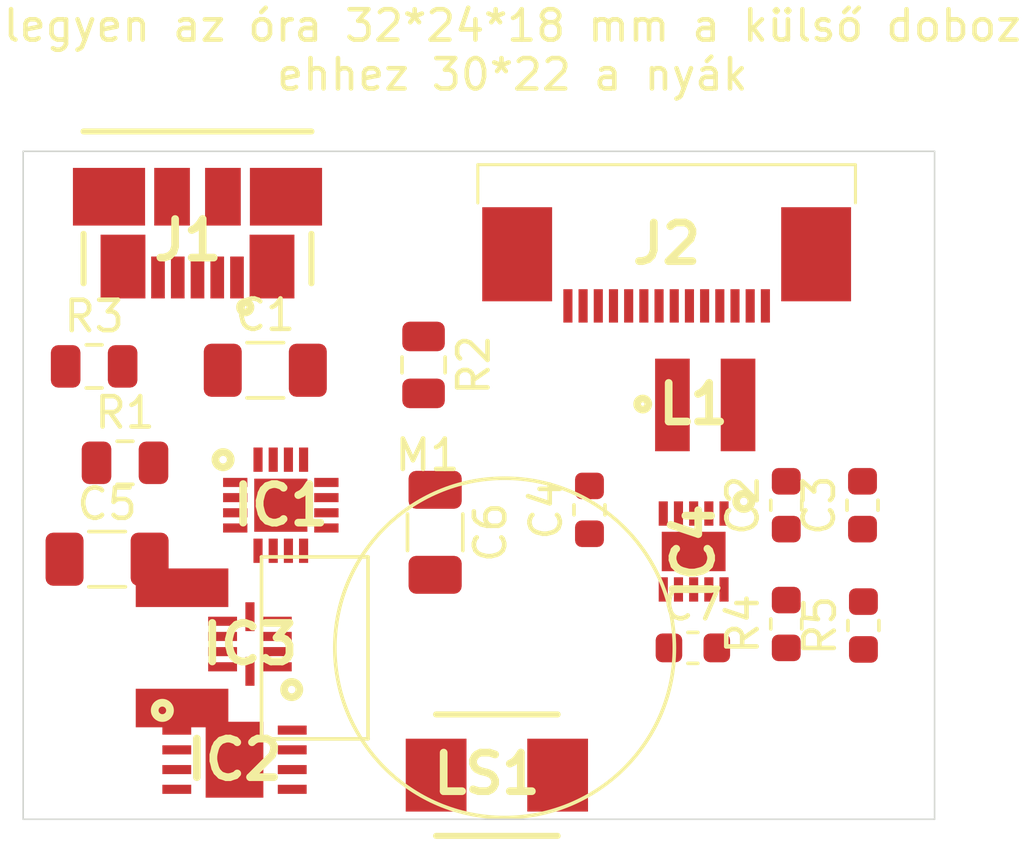
<source format=kicad_pcb>
(kicad_pcb (version 20171130) (host pcbnew "(5.1.6)-1")

  (general
    (thickness 1.6)
    (drawings 5)
    (tracks 0)
    (zones 0)
    (modules 21)
    (nets 99)
  )

  (page A4)
  (layers
    (0 F.Cu signal)
    (31 B.Cu signal)
    (32 B.Adhes user)
    (33 F.Adhes user)
    (34 B.Paste user)
    (35 F.Paste user)
    (36 B.SilkS user)
    (37 F.SilkS user)
    (38 B.Mask user)
    (39 F.Mask user)
    (40 Dwgs.User user)
    (41 Cmts.User user)
    (42 Eco1.User user)
    (43 Eco2.User user)
    (44 Edge.Cuts user)
    (45 Margin user)
    (46 B.CrtYd user)
    (47 F.CrtYd user)
    (48 B.Fab user)
    (49 F.Fab user)
  )

  (setup
    (last_trace_width 0.25)
    (trace_clearance 0.2)
    (zone_clearance 0.508)
    (zone_45_only no)
    (trace_min 0.2)
    (via_size 0.8)
    (via_drill 0.4)
    (via_min_size 0.4)
    (via_min_drill 0.3)
    (uvia_size 0.3)
    (uvia_drill 0.1)
    (uvias_allowed no)
    (uvia_min_size 0.2)
    (uvia_min_drill 0.1)
    (edge_width 0.05)
    (segment_width 0.2)
    (pcb_text_width 0.3)
    (pcb_text_size 1.5 1.5)
    (mod_edge_width 0.12)
    (mod_text_size 1 1)
    (mod_text_width 0.15)
    (pad_size 1.524 1.524)
    (pad_drill 0.762)
    (pad_to_mask_clearance 0.05)
    (aux_axis_origin 0 0)
    (visible_elements FFFFFF7F)
    (pcbplotparams
      (layerselection 0x010fc_ffffffff)
      (usegerberextensions false)
      (usegerberattributes true)
      (usegerberadvancedattributes true)
      (creategerberjobfile true)
      (excludeedgelayer true)
      (linewidth 0.100000)
      (plotframeref false)
      (viasonmask false)
      (mode 1)
      (useauxorigin false)
      (hpglpennumber 1)
      (hpglpenspeed 20)
      (hpglpendiameter 15.000000)
      (psnegative false)
      (psa4output false)
      (plotreference true)
      (plotvalue true)
      (plotinvisibletext false)
      (padsonsilk false)
      (subtractmaskfromsilk false)
      (outputformat 1)
      (mirror false)
      (drillshape 1)
      (scaleselection 1)
      (outputdirectory ""))
  )

  (net 0 "")
  (net 1 "Net-(IC2-Pad9)")
  (net 2 "Net-(IC2-Pad8)")
  (net 3 "Net-(IC2-Pad7)")
  (net 4 "Net-(IC2-Pad6)")
  (net 5 "Net-(IC2-Pad5)")
  (net 6 "Net-(IC2-Pad4)")
  (net 7 "Net-(IC2-Pad3)")
  (net 8 "Net-(IC2-Pad2)")
  (net 9 "Net-(IC2-Pad1)")
  (net 10 "Net-(IC3-Pad10)")
  (net 11 "Net-(IC3-Pad9)")
  (net 12 "Net-(IC3-Pad8)")
  (net 13 "Net-(IC3-Pad7)")
  (net 14 "Net-(IC3-Pad6)")
  (net 15 "Net-(IC3-Pad5)")
  (net 16 "Net-(IC3-Pad4)")
  (net 17 "Net-(IC3-Pad3)")
  (net 18 "Net-(IC3-Pad2)")
  (net 19 "Net-(IC3-Pad1)")
  (net 20 "Net-(J1-Pad5)")
  (net 21 "Net-(J1-Pad4)")
  (net 22 "Net-(J1-Pad3)")
  (net 23 "Net-(J1-Pad2)")
  (net 24 "Net-(J1-Pad1)")
  (net 25 "Net-(LS1-Pad2)")
  (net 26 "Net-(LS1-Pad1)")
  (net 27 "Net-(M1-Pad2)")
  (net 28 "Net-(M1-Pad1)")
  (net 29 "Net-(IC1-Pad17)")
  (net 30 "Net-(IC1-Pad16)")
  (net 31 "Net-(IC1-Pad15)")
  (net 32 "Net-(IC1-Pad14)")
  (net 33 "Net-(IC1-Pad13)")
  (net 34 "Net-(IC1-Pad12)")
  (net 35 "Net-(IC1-Pad11)")
  (net 36 "Net-(IC1-Pad10)")
  (net 37 "Net-(IC1-Pad9)")
  (net 38 "Net-(IC1-Pad8)")
  (net 39 "Net-(IC1-Pad7)")
  (net 40 "Net-(IC1-Pad6)")
  (net 41 "Net-(IC1-Pad5)")
  (net 42 "Net-(IC1-Pad4)")
  (net 43 "Net-(IC1-Pad3)")
  (net 44 "Net-(IC1-Pad2)")
  (net 45 "Net-(IC1-Pad1)")
  (net 46 "Net-(IC4-Pad11)")
  (net 47 "Net-(IC4-Pad10)")
  (net 48 "Net-(IC4-Pad9)")
  (net 49 "Net-(IC4-Pad8)")
  (net 50 "Net-(IC4-Pad7)")
  (net 51 "Net-(IC4-Pad6)")
  (net 52 "Net-(IC4-Pad5)")
  (net 53 "Net-(IC4-Pad4)")
  (net 54 "Net-(IC4-Pad3)")
  (net 55 "Net-(IC4-Pad2)")
  (net 56 "Net-(IC4-Pad1)")
  (net 57 "Net-(C2-Pad2)")
  (net 58 "Net-(C2-Pad1)")
  (net 59 "Net-(C3-Pad2)")
  (net 60 "Net-(C3-Pad1)")
  (net 61 "Net-(C4-Pad2)")
  (net 62 "Net-(C4-Pad1)")
  (net 63 "Net-(C7-Pad2)")
  (net 64 "Net-(C7-Pad1)")
  (net 65 "Net-(R4-Pad2)")
  (net 66 "Net-(R4-Pad1)")
  (net 67 "Net-(R5-Pad2)")
  (net 68 "Net-(R5-Pad1)")
  (net 69 "Net-(C1-Pad2)")
  (net 70 "Net-(C1-Pad1)")
  (net 71 "Net-(C5-Pad2)")
  (net 72 "Net-(C5-Pad1)")
  (net 73 "Net-(C6-Pad2)")
  (net 74 "Net-(C6-Pad1)")
  (net 75 "Net-(R1-Pad2)")
  (net 76 "Net-(R1-Pad1)")
  (net 77 "Net-(R3-Pad2)")
  (net 78 "Net-(R3-Pad1)")
  (net 79 "Net-(R2-Pad2)")
  (net 80 "Net-(R2-Pad1)")
  (net 81 "Net-(L1-Pad2)")
  (net 82 "Net-(L1-Pad1)")
  (net 83 "Net-(J2-Pad16)")
  (net 84 "Net-(J2-Pad15)")
  (net 85 "Net-(J2-Pad14)")
  (net 86 "Net-(J2-Pad13)")
  (net 87 "Net-(J2-Pad12)")
  (net 88 "Net-(J2-Pad11)")
  (net 89 "Net-(J2-Pad10)")
  (net 90 "Net-(J2-Pad9)")
  (net 91 "Net-(J2-Pad8)")
  (net 92 "Net-(J2-Pad7)")
  (net 93 "Net-(J2-Pad6)")
  (net 94 "Net-(J2-Pad5)")
  (net 95 "Net-(J2-Pad4)")
  (net 96 "Net-(J2-Pad3)")
  (net 97 "Net-(J2-Pad2)")
  (net 98 "Net-(J2-Pad1)")

  (net_class Default "This is the default net class."
    (clearance 0.2)
    (trace_width 0.25)
    (via_dia 0.8)
    (via_drill 0.4)
    (uvia_dia 0.3)
    (uvia_drill 0.1)
    (add_net "Net-(C1-Pad1)")
    (add_net "Net-(C1-Pad2)")
    (add_net "Net-(C2-Pad1)")
    (add_net "Net-(C2-Pad2)")
    (add_net "Net-(C3-Pad1)")
    (add_net "Net-(C3-Pad2)")
    (add_net "Net-(C4-Pad1)")
    (add_net "Net-(C4-Pad2)")
    (add_net "Net-(C5-Pad1)")
    (add_net "Net-(C5-Pad2)")
    (add_net "Net-(C6-Pad1)")
    (add_net "Net-(C6-Pad2)")
    (add_net "Net-(C7-Pad1)")
    (add_net "Net-(C7-Pad2)")
    (add_net "Net-(IC1-Pad1)")
    (add_net "Net-(IC1-Pad10)")
    (add_net "Net-(IC1-Pad11)")
    (add_net "Net-(IC1-Pad12)")
    (add_net "Net-(IC1-Pad13)")
    (add_net "Net-(IC1-Pad14)")
    (add_net "Net-(IC1-Pad15)")
    (add_net "Net-(IC1-Pad16)")
    (add_net "Net-(IC1-Pad17)")
    (add_net "Net-(IC1-Pad2)")
    (add_net "Net-(IC1-Pad3)")
    (add_net "Net-(IC1-Pad4)")
    (add_net "Net-(IC1-Pad5)")
    (add_net "Net-(IC1-Pad6)")
    (add_net "Net-(IC1-Pad7)")
    (add_net "Net-(IC1-Pad8)")
    (add_net "Net-(IC1-Pad9)")
    (add_net "Net-(IC2-Pad1)")
    (add_net "Net-(IC2-Pad2)")
    (add_net "Net-(IC2-Pad3)")
    (add_net "Net-(IC2-Pad4)")
    (add_net "Net-(IC2-Pad5)")
    (add_net "Net-(IC2-Pad6)")
    (add_net "Net-(IC2-Pad7)")
    (add_net "Net-(IC2-Pad8)")
    (add_net "Net-(IC2-Pad9)")
    (add_net "Net-(IC3-Pad1)")
    (add_net "Net-(IC3-Pad10)")
    (add_net "Net-(IC3-Pad2)")
    (add_net "Net-(IC3-Pad3)")
    (add_net "Net-(IC3-Pad4)")
    (add_net "Net-(IC3-Pad5)")
    (add_net "Net-(IC3-Pad6)")
    (add_net "Net-(IC3-Pad7)")
    (add_net "Net-(IC3-Pad8)")
    (add_net "Net-(IC3-Pad9)")
    (add_net "Net-(IC4-Pad1)")
    (add_net "Net-(IC4-Pad10)")
    (add_net "Net-(IC4-Pad11)")
    (add_net "Net-(IC4-Pad2)")
    (add_net "Net-(IC4-Pad3)")
    (add_net "Net-(IC4-Pad4)")
    (add_net "Net-(IC4-Pad5)")
    (add_net "Net-(IC4-Pad6)")
    (add_net "Net-(IC4-Pad7)")
    (add_net "Net-(IC4-Pad8)")
    (add_net "Net-(IC4-Pad9)")
    (add_net "Net-(J1-Pad1)")
    (add_net "Net-(J1-Pad2)")
    (add_net "Net-(J1-Pad3)")
    (add_net "Net-(J1-Pad4)")
    (add_net "Net-(J1-Pad5)")
    (add_net "Net-(J2-Pad1)")
    (add_net "Net-(J2-Pad10)")
    (add_net "Net-(J2-Pad11)")
    (add_net "Net-(J2-Pad12)")
    (add_net "Net-(J2-Pad13)")
    (add_net "Net-(J2-Pad14)")
    (add_net "Net-(J2-Pad15)")
    (add_net "Net-(J2-Pad16)")
    (add_net "Net-(J2-Pad2)")
    (add_net "Net-(J2-Pad3)")
    (add_net "Net-(J2-Pad4)")
    (add_net "Net-(J2-Pad5)")
    (add_net "Net-(J2-Pad6)")
    (add_net "Net-(J2-Pad7)")
    (add_net "Net-(J2-Pad8)")
    (add_net "Net-(J2-Pad9)")
    (add_net "Net-(L1-Pad1)")
    (add_net "Net-(L1-Pad2)")
    (add_net "Net-(LS1-Pad1)")
    (add_net "Net-(LS1-Pad2)")
    (add_net "Net-(M1-Pad1)")
    (add_net "Net-(M1-Pad2)")
    (add_net "Net-(R1-Pad1)")
    (add_net "Net-(R1-Pad2)")
    (add_net "Net-(R2-Pad1)")
    (add_net "Net-(R2-Pad2)")
    (add_net "Net-(R3-Pad1)")
    (add_net "Net-(R3-Pad2)")
    (add_net "Net-(R4-Pad1)")
    (add_net "Net-(R4-Pad2)")
    (add_net "Net-(R5-Pad1)")
    (add_net "Net-(R5-Pad2)")
  )

  (module 1-1734592-4:117345924 (layer F.Cu) (tedit 5F5AA7A1) (tstamp 5F5B448C)
    (at 51.181 32.766 180)
    (descr 1-1734592-4-3)
    (tags Connector)
    (path /5F5E2935)
    (attr smd)
    (fp_text reference J2 (at 0 -0.275) (layer F.SilkS)
      (effects (font (size 1.27 1.27) (thickness 0.254)))
    )
    (fp_text value 1-1734592-4 (at 0 -0.275) (layer F.SilkS) hide
      (effects (font (size 1.27 1.27) (thickness 0.254)))
    )
    (fp_line (start 6.215 2.325) (end 6.215 1.065) (layer F.SilkS) (width 0.1))
    (fp_line (start -6.215 2.325) (end 6.215 2.325) (layer F.SilkS) (width 0.1))
    (fp_line (start -6.215 1.065) (end -6.215 2.325) (layer F.SilkS) (width 0.1))
    (fp_line (start -7.215 3.325) (end -7.215 -3.875) (layer Dwgs.User) (width 0.1))
    (fp_line (start 7.215 3.325) (end -7.215 3.325) (layer Dwgs.User) (width 0.1))
    (fp_line (start 7.215 -3.875) (end 7.215 3.325) (layer Dwgs.User) (width 0.1))
    (fp_line (start -7.215 -3.875) (end 7.215 -3.875) (layer Dwgs.User) (width 0.1))
    (fp_line (start -6.215 2.325) (end -6.215 -2.075) (layer Dwgs.User) (width 0.2))
    (fp_line (start 6.215 2.325) (end -6.215 2.325) (layer Dwgs.User) (width 0.2))
    (fp_line (start 6.215 -2.075) (end 6.215 2.325) (layer Dwgs.User) (width 0.2))
    (fp_line (start -6.215 -2.075) (end 6.215 -2.075) (layer Dwgs.User) (width 0.2))
    (pad 16 smd rect (at 4.92 -0.625 180) (size 2.3 3.1) (layers F.Cu F.Paste F.Mask)
      (net 83 "Net-(J2-Pad16)"))
    (pad 15 smd rect (at -4.92 -0.625 180) (size 2.3 3.1) (layers F.Cu F.Paste F.Mask)
      (net 84 "Net-(J2-Pad15)"))
    (pad 14 smd rect (at 3.25 -2.325 180) (size 0.3 1.1) (layers F.Cu F.Paste F.Mask)
      (net 85 "Net-(J2-Pad14)"))
    (pad 13 smd rect (at 2.75 -2.325 180) (size 0.3 1.1) (layers F.Cu F.Paste F.Mask)
      (net 86 "Net-(J2-Pad13)"))
    (pad 12 smd rect (at 2.25 -2.325 180) (size 0.3 1.1) (layers F.Cu F.Paste F.Mask)
      (net 87 "Net-(J2-Pad12)"))
    (pad 11 smd rect (at 1.75 -2.325 180) (size 0.3 1.1) (layers F.Cu F.Paste F.Mask)
      (net 88 "Net-(J2-Pad11)"))
    (pad 10 smd rect (at 1.25 -2.325 180) (size 0.3 1.1) (layers F.Cu F.Paste F.Mask)
      (net 89 "Net-(J2-Pad10)"))
    (pad 9 smd rect (at 0.75 -2.325 180) (size 0.3 1.1) (layers F.Cu F.Paste F.Mask)
      (net 90 "Net-(J2-Pad9)"))
    (pad 8 smd rect (at 0.25 -2.325 180) (size 0.3 1.1) (layers F.Cu F.Paste F.Mask)
      (net 91 "Net-(J2-Pad8)"))
    (pad 7 smd rect (at -0.25 -2.325 180) (size 0.3 1.1) (layers F.Cu F.Paste F.Mask)
      (net 92 "Net-(J2-Pad7)"))
    (pad 6 smd rect (at -0.75 -2.325 180) (size 0.3 1.1) (layers F.Cu F.Paste F.Mask)
      (net 93 "Net-(J2-Pad6)"))
    (pad 5 smd rect (at -1.25 -2.325 180) (size 0.3 1.1) (layers F.Cu F.Paste F.Mask)
      (net 94 "Net-(J2-Pad5)"))
    (pad 4 smd rect (at -1.75 -2.325 180) (size 0.3 1.1) (layers F.Cu F.Paste F.Mask)
      (net 95 "Net-(J2-Pad4)"))
    (pad 3 smd rect (at -2.25 -2.325 180) (size 0.3 1.1) (layers F.Cu F.Paste F.Mask)
      (net 96 "Net-(J2-Pad3)"))
    (pad 2 smd rect (at -2.75 -2.325 180) (size 0.3 1.1) (layers F.Cu F.Paste F.Mask)
      (net 97 "Net-(J2-Pad2)"))
    (pad 1 smd rect (at -3.25 -2.325 180) (size 0.3 1.1) (layers F.Cu F.Paste F.Mask)
      (net 98 "Net-(J2-Pad1)"))
    (model ${KIPRJMOD}/lib/1-1734592-4/1-1734592-4.stp
      (at (xyz 0 0 0))
      (scale (xyz 1 1 1))
      (rotate (xyz 0 0 0))
    )
  )

  (module LPS3015-103MRB:LPS3015 (layer F.Cu) (tedit 5F5A9D26) (tstamp 5F5B3CB4)
    (at 52.451 38.354)
    (descr LPS3015)
    (tags Inductor)
    (path /5F5DDBA2)
    (attr smd)
    (fp_text reference L1 (at -0.38594 -0.02986) (layer F.SilkS)
      (effects (font (size 1.27 1.27) (thickness 0.254)))
    )
    (fp_text value LPS3015-103MRB (at -0.38594 -0.02986) (layer F.SilkS) hide
      (effects (font (size 1.27 1.27) (thickness 0.254)))
    )
    (fp_circle (center -2.057 -0.03) (end -2.114 -0.03) (layer F.SilkS) (width 0.254))
    (fp_line (start -1.475 1.475) (end -1.475 -1.475) (layer Dwgs.User) (width 0.254))
    (fp_line (start 1.475 1.475) (end -1.475 1.475) (layer Dwgs.User) (width 0.254))
    (fp_line (start 1.475 -1.475) (end 1.475 1.475) (layer Dwgs.User) (width 0.254))
    (fp_line (start -1.475 -1.475) (end 1.475 -1.475) (layer Dwgs.User) (width 0.254))
    (pad 2 smd rect (at 1.08 0) (size 1.14 3.05) (layers F.Cu F.Paste F.Mask)
      (net 81 "Net-(L1-Pad2)"))
    (pad 1 smd rect (at -1.08 0) (size 1.14 3.05) (layers F.Cu F.Paste F.Mask)
      (net 82 "Net-(L1-Pad1)"))
    (model ${KIPRJMOD}/lib/LPS3015-103MRB/LPS3015-103MRB.step
      (at (xyz 0 0 0))
      (scale (xyz 1 1 1))
      (rotate (xyz 0 0 0))
    )
  )

  (module Resistor_SMD:R_0805_2012Metric (layer F.Cu) (tedit 5B36C52B) (tstamp 5F5B1EA4)
    (at 43.18 37.0355 270)
    (descr "Resistor SMD 0805 (2012 Metric), square (rectangular) end terminal, IPC_7351 nominal, (Body size source: https://docs.google.com/spreadsheets/d/1BsfQQcO9C6DZCsRaXUlFlo91Tg2WpOkGARC1WS5S8t0/edit?usp=sharing), generated with kicad-footprint-generator")
    (tags resistor)
    (path /5F5BEE07)
    (attr smd)
    (fp_text reference R2 (at 0 -1.65 90) (layer F.SilkS)
      (effects (font (size 1 1) (thickness 0.15)))
    )
    (fp_text value R (at 0 1.65 90) (layer F.Fab)
      (effects (font (size 1 1) (thickness 0.15)))
    )
    (fp_text user %R (at 0 0 90) (layer F.Fab)
      (effects (font (size 0.5 0.5) (thickness 0.08)))
    )
    (fp_line (start -1 0.6) (end -1 -0.6) (layer F.Fab) (width 0.1))
    (fp_line (start -1 -0.6) (end 1 -0.6) (layer F.Fab) (width 0.1))
    (fp_line (start 1 -0.6) (end 1 0.6) (layer F.Fab) (width 0.1))
    (fp_line (start 1 0.6) (end -1 0.6) (layer F.Fab) (width 0.1))
    (fp_line (start -0.258578 -0.71) (end 0.258578 -0.71) (layer F.SilkS) (width 0.12))
    (fp_line (start -0.258578 0.71) (end 0.258578 0.71) (layer F.SilkS) (width 0.12))
    (fp_line (start -1.68 0.95) (end -1.68 -0.95) (layer F.CrtYd) (width 0.05))
    (fp_line (start -1.68 -0.95) (end 1.68 -0.95) (layer F.CrtYd) (width 0.05))
    (fp_line (start 1.68 -0.95) (end 1.68 0.95) (layer F.CrtYd) (width 0.05))
    (fp_line (start 1.68 0.95) (end -1.68 0.95) (layer F.CrtYd) (width 0.05))
    (pad 2 smd roundrect (at 0.9375 0 270) (size 0.975 1.4) (layers F.Cu F.Paste F.Mask) (roundrect_rratio 0.25)
      (net 79 "Net-(R2-Pad2)"))
    (pad 1 smd roundrect (at -0.9375 0 270) (size 0.975 1.4) (layers F.Cu F.Paste F.Mask) (roundrect_rratio 0.25)
      (net 80 "Net-(R2-Pad1)"))
    (model ${KISYS3DMOD}/Resistor_SMD.3dshapes/R_0805_2012Metric.wrl
      (at (xyz 0 0 0))
      (scale (xyz 1 1 1))
      (rotate (xyz 0 0 0))
    )
  )

  (module Resistor_SMD:R_0805_2012Metric (layer F.Cu) (tedit 5B36C52B) (tstamp 5F5B1947)
    (at 32.3365 37.084)
    (descr "Resistor SMD 0805 (2012 Metric), square (rectangular) end terminal, IPC_7351 nominal, (Body size source: https://docs.google.com/spreadsheets/d/1BsfQQcO9C6DZCsRaXUlFlo91Tg2WpOkGARC1WS5S8t0/edit?usp=sharing), generated with kicad-footprint-generator")
    (tags resistor)
    (path /5F5BDE1B)
    (attr smd)
    (fp_text reference R3 (at 0 -1.65) (layer F.SilkS)
      (effects (font (size 1 1) (thickness 0.15)))
    )
    (fp_text value R (at 0 1.65) (layer F.Fab)
      (effects (font (size 1 1) (thickness 0.15)))
    )
    (fp_text user %R (at 0 0) (layer F.Fab)
      (effects (font (size 0.5 0.5) (thickness 0.08)))
    )
    (fp_line (start -1 0.6) (end -1 -0.6) (layer F.Fab) (width 0.1))
    (fp_line (start -1 -0.6) (end 1 -0.6) (layer F.Fab) (width 0.1))
    (fp_line (start 1 -0.6) (end 1 0.6) (layer F.Fab) (width 0.1))
    (fp_line (start 1 0.6) (end -1 0.6) (layer F.Fab) (width 0.1))
    (fp_line (start -0.258578 -0.71) (end 0.258578 -0.71) (layer F.SilkS) (width 0.12))
    (fp_line (start -0.258578 0.71) (end 0.258578 0.71) (layer F.SilkS) (width 0.12))
    (fp_line (start -1.68 0.95) (end -1.68 -0.95) (layer F.CrtYd) (width 0.05))
    (fp_line (start -1.68 -0.95) (end 1.68 -0.95) (layer F.CrtYd) (width 0.05))
    (fp_line (start 1.68 -0.95) (end 1.68 0.95) (layer F.CrtYd) (width 0.05))
    (fp_line (start 1.68 0.95) (end -1.68 0.95) (layer F.CrtYd) (width 0.05))
    (pad 2 smd roundrect (at 0.9375 0) (size 0.975 1.4) (layers F.Cu F.Paste F.Mask) (roundrect_rratio 0.25)
      (net 77 "Net-(R3-Pad2)"))
    (pad 1 smd roundrect (at -0.9375 0) (size 0.975 1.4) (layers F.Cu F.Paste F.Mask) (roundrect_rratio 0.25)
      (net 78 "Net-(R3-Pad1)"))
    (model ${KISYS3DMOD}/Resistor_SMD.3dshapes/R_0805_2012Metric.wrl
      (at (xyz 0 0 0))
      (scale (xyz 1 1 1))
      (rotate (xyz 0 0 0))
    )
  )

  (module Resistor_SMD:R_0805_2012Metric (layer F.Cu) (tedit 5B36C52B) (tstamp 5F5B144E)
    (at 33.3525 40.259)
    (descr "Resistor SMD 0805 (2012 Metric), square (rectangular) end terminal, IPC_7351 nominal, (Body size source: https://docs.google.com/spreadsheets/d/1BsfQQcO9C6DZCsRaXUlFlo91Tg2WpOkGARC1WS5S8t0/edit?usp=sharing), generated with kicad-footprint-generator")
    (tags resistor)
    (path /5F5AE00E)
    (attr smd)
    (fp_text reference R1 (at 0 -1.65) (layer F.SilkS)
      (effects (font (size 1 1) (thickness 0.15)))
    )
    (fp_text value R (at 0 1.65) (layer F.Fab)
      (effects (font (size 1 1) (thickness 0.15)))
    )
    (fp_text user %R (at 0 0) (layer F.Fab)
      (effects (font (size 0.5 0.5) (thickness 0.08)))
    )
    (fp_line (start -1 0.6) (end -1 -0.6) (layer F.Fab) (width 0.1))
    (fp_line (start -1 -0.6) (end 1 -0.6) (layer F.Fab) (width 0.1))
    (fp_line (start 1 -0.6) (end 1 0.6) (layer F.Fab) (width 0.1))
    (fp_line (start 1 0.6) (end -1 0.6) (layer F.Fab) (width 0.1))
    (fp_line (start -0.258578 -0.71) (end 0.258578 -0.71) (layer F.SilkS) (width 0.12))
    (fp_line (start -0.258578 0.71) (end 0.258578 0.71) (layer F.SilkS) (width 0.12))
    (fp_line (start -1.68 0.95) (end -1.68 -0.95) (layer F.CrtYd) (width 0.05))
    (fp_line (start -1.68 -0.95) (end 1.68 -0.95) (layer F.CrtYd) (width 0.05))
    (fp_line (start 1.68 -0.95) (end 1.68 0.95) (layer F.CrtYd) (width 0.05))
    (fp_line (start 1.68 0.95) (end -1.68 0.95) (layer F.CrtYd) (width 0.05))
    (pad 2 smd roundrect (at 0.9375 0) (size 0.975 1.4) (layers F.Cu F.Paste F.Mask) (roundrect_rratio 0.25)
      (net 75 "Net-(R1-Pad2)"))
    (pad 1 smd roundrect (at -0.9375 0) (size 0.975 1.4) (layers F.Cu F.Paste F.Mask) (roundrect_rratio 0.25)
      (net 76 "Net-(R1-Pad1)"))
    (model ${KISYS3DMOD}/Resistor_SMD.3dshapes/R_0805_2012Metric.wrl
      (at (xyz 0 0 0))
      (scale (xyz 1 1 1))
      (rotate (xyz 0 0 0))
    )
  )

  (module Capacitor_SMD:C_1206_3216Metric (layer F.Cu) (tedit 5B301BBE) (tstamp 5F5B0D08)
    (at 43.561 42.548 270)
    (descr "Capacitor SMD 1206 (3216 Metric), square (rectangular) end terminal, IPC_7351 nominal, (Body size source: http://www.tortai-tech.com/upload/download/2011102023233369053.pdf), generated with kicad-footprint-generator")
    (tags capacitor)
    (path /5F5B7D16)
    (attr smd)
    (fp_text reference C6 (at 0 -1.82 90) (layer F.SilkS)
      (effects (font (size 1 1) (thickness 0.15)))
    )
    (fp_text value 4.7uF (at 0 1.82 90) (layer F.Fab)
      (effects (font (size 1 1) (thickness 0.15)))
    )
    (fp_text user %R (at 0 0 90) (layer F.Fab)
      (effects (font (size 0.8 0.8) (thickness 0.12)))
    )
    (fp_line (start -1.6 0.8) (end -1.6 -0.8) (layer F.Fab) (width 0.1))
    (fp_line (start -1.6 -0.8) (end 1.6 -0.8) (layer F.Fab) (width 0.1))
    (fp_line (start 1.6 -0.8) (end 1.6 0.8) (layer F.Fab) (width 0.1))
    (fp_line (start 1.6 0.8) (end -1.6 0.8) (layer F.Fab) (width 0.1))
    (fp_line (start -0.602064 -0.91) (end 0.602064 -0.91) (layer F.SilkS) (width 0.12))
    (fp_line (start -0.602064 0.91) (end 0.602064 0.91) (layer F.SilkS) (width 0.12))
    (fp_line (start -2.28 1.12) (end -2.28 -1.12) (layer F.CrtYd) (width 0.05))
    (fp_line (start -2.28 -1.12) (end 2.28 -1.12) (layer F.CrtYd) (width 0.05))
    (fp_line (start 2.28 -1.12) (end 2.28 1.12) (layer F.CrtYd) (width 0.05))
    (fp_line (start 2.28 1.12) (end -2.28 1.12) (layer F.CrtYd) (width 0.05))
    (pad 2 smd roundrect (at 1.4 0 270) (size 1.25 1.75) (layers F.Cu F.Paste F.Mask) (roundrect_rratio 0.2)
      (net 73 "Net-(C6-Pad2)"))
    (pad 1 smd roundrect (at -1.4 0 270) (size 1.25 1.75) (layers F.Cu F.Paste F.Mask) (roundrect_rratio 0.2)
      (net 74 "Net-(C6-Pad1)"))
    (model ${KISYS3DMOD}/Capacitor_SMD.3dshapes/C_1206_3216Metric.wrl
      (at (xyz 0 0 0))
      (scale (xyz 1 1 1))
      (rotate (xyz 0 0 0))
    )
  )

  (module Capacitor_SMD:C_1206_3216Metric (layer F.Cu) (tedit 5B301BBE) (tstamp 5F5B0CF7)
    (at 32.763 43.434)
    (descr "Capacitor SMD 1206 (3216 Metric), square (rectangular) end terminal, IPC_7351 nominal, (Body size source: http://www.tortai-tech.com/upload/download/2011102023233369053.pdf), generated with kicad-footprint-generator")
    (tags capacitor)
    (path /5F5ADC34)
    (attr smd)
    (fp_text reference C5 (at 0 -1.82) (layer F.SilkS)
      (effects (font (size 1 1) (thickness 0.15)))
    )
    (fp_text value 4.7uF (at 0 1.82) (layer F.Fab)
      (effects (font (size 1 1) (thickness 0.15)))
    )
    (fp_text user %R (at 0 0) (layer F.Fab)
      (effects (font (size 0.8 0.8) (thickness 0.12)))
    )
    (fp_line (start -1.6 0.8) (end -1.6 -0.8) (layer F.Fab) (width 0.1))
    (fp_line (start -1.6 -0.8) (end 1.6 -0.8) (layer F.Fab) (width 0.1))
    (fp_line (start 1.6 -0.8) (end 1.6 0.8) (layer F.Fab) (width 0.1))
    (fp_line (start 1.6 0.8) (end -1.6 0.8) (layer F.Fab) (width 0.1))
    (fp_line (start -0.602064 -0.91) (end 0.602064 -0.91) (layer F.SilkS) (width 0.12))
    (fp_line (start -0.602064 0.91) (end 0.602064 0.91) (layer F.SilkS) (width 0.12))
    (fp_line (start -2.28 1.12) (end -2.28 -1.12) (layer F.CrtYd) (width 0.05))
    (fp_line (start -2.28 -1.12) (end 2.28 -1.12) (layer F.CrtYd) (width 0.05))
    (fp_line (start 2.28 -1.12) (end 2.28 1.12) (layer F.CrtYd) (width 0.05))
    (fp_line (start 2.28 1.12) (end -2.28 1.12) (layer F.CrtYd) (width 0.05))
    (pad 2 smd roundrect (at 1.4 0) (size 1.25 1.75) (layers F.Cu F.Paste F.Mask) (roundrect_rratio 0.2)
      (net 71 "Net-(C5-Pad2)"))
    (pad 1 smd roundrect (at -1.4 0) (size 1.25 1.75) (layers F.Cu F.Paste F.Mask) (roundrect_rratio 0.2)
      (net 72 "Net-(C5-Pad1)"))
    (model ${KISYS3DMOD}/Capacitor_SMD.3dshapes/C_1206_3216Metric.wrl
      (at (xyz 0 0 0))
      (scale (xyz 1 1 1))
      (rotate (xyz 0 0 0))
    )
  )

  (module Capacitor_SMD:C_1206_3216Metric (layer F.Cu) (tedit 5B301BBE) (tstamp 5F5B0632)
    (at 37.97 37.211)
    (descr "Capacitor SMD 1206 (3216 Metric), square (rectangular) end terminal, IPC_7351 nominal, (Body size source: http://www.tortai-tech.com/upload/download/2011102023233369053.pdf), generated with kicad-footprint-generator")
    (tags capacitor)
    (path /5F5ADD9C)
    (attr smd)
    (fp_text reference C1 (at 0 -1.82) (layer F.SilkS)
      (effects (font (size 1 1) (thickness 0.15)))
    )
    (fp_text value 1uF (at 0 1.82) (layer F.Fab)
      (effects (font (size 1 1) (thickness 0.15)))
    )
    (fp_text user %R (at 0 0) (layer F.Fab)
      (effects (font (size 0.8 0.8) (thickness 0.12)))
    )
    (fp_line (start -1.6 0.8) (end -1.6 -0.8) (layer F.Fab) (width 0.1))
    (fp_line (start -1.6 -0.8) (end 1.6 -0.8) (layer F.Fab) (width 0.1))
    (fp_line (start 1.6 -0.8) (end 1.6 0.8) (layer F.Fab) (width 0.1))
    (fp_line (start 1.6 0.8) (end -1.6 0.8) (layer F.Fab) (width 0.1))
    (fp_line (start -0.602064 -0.91) (end 0.602064 -0.91) (layer F.SilkS) (width 0.12))
    (fp_line (start -0.602064 0.91) (end 0.602064 0.91) (layer F.SilkS) (width 0.12))
    (fp_line (start -2.28 1.12) (end -2.28 -1.12) (layer F.CrtYd) (width 0.05))
    (fp_line (start -2.28 -1.12) (end 2.28 -1.12) (layer F.CrtYd) (width 0.05))
    (fp_line (start 2.28 -1.12) (end 2.28 1.12) (layer F.CrtYd) (width 0.05))
    (fp_line (start 2.28 1.12) (end -2.28 1.12) (layer F.CrtYd) (width 0.05))
    (pad 2 smd roundrect (at 1.4 0) (size 1.25 1.75) (layers F.Cu F.Paste F.Mask) (roundrect_rratio 0.2)
      (net 69 "Net-(C1-Pad2)"))
    (pad 1 smd roundrect (at -1.4 0) (size 1.25 1.75) (layers F.Cu F.Paste F.Mask) (roundrect_rratio 0.2)
      (net 70 "Net-(C1-Pad1)"))
    (model ${KISYS3DMOD}/Capacitor_SMD.3dshapes/C_1206_3216Metric.wrl
      (at (xyz 0 0 0))
      (scale (xyz 1 1 1))
      (rotate (xyz 0 0 0))
    )
  )

  (module Resistor_SMD:R_0603_1608Metric (layer F.Cu) (tedit 5B301BBD) (tstamp 5F5AF3ED)
    (at 57.658 45.6185 90)
    (descr "Resistor SMD 0603 (1608 Metric), square (rectangular) end terminal, IPC_7351 nominal, (Body size source: http://www.tortai-tech.com/upload/download/2011102023233369053.pdf), generated with kicad-footprint-generator")
    (tags resistor)
    (path /5F5B326C)
    (attr smd)
    (fp_text reference R5 (at 0 -1.43 90) (layer F.SilkS)
      (effects (font (size 1 1) (thickness 0.15)))
    )
    (fp_text value R (at 0 1.43 90) (layer F.Fab)
      (effects (font (size 1 1) (thickness 0.15)))
    )
    (fp_text user %R (at 0 0 90) (layer F.Fab)
      (effects (font (size 0.4 0.4) (thickness 0.06)))
    )
    (fp_line (start -0.8 0.4) (end -0.8 -0.4) (layer F.Fab) (width 0.1))
    (fp_line (start -0.8 -0.4) (end 0.8 -0.4) (layer F.Fab) (width 0.1))
    (fp_line (start 0.8 -0.4) (end 0.8 0.4) (layer F.Fab) (width 0.1))
    (fp_line (start 0.8 0.4) (end -0.8 0.4) (layer F.Fab) (width 0.1))
    (fp_line (start -0.162779 -0.51) (end 0.162779 -0.51) (layer F.SilkS) (width 0.12))
    (fp_line (start -0.162779 0.51) (end 0.162779 0.51) (layer F.SilkS) (width 0.12))
    (fp_line (start -1.48 0.73) (end -1.48 -0.73) (layer F.CrtYd) (width 0.05))
    (fp_line (start -1.48 -0.73) (end 1.48 -0.73) (layer F.CrtYd) (width 0.05))
    (fp_line (start 1.48 -0.73) (end 1.48 0.73) (layer F.CrtYd) (width 0.05))
    (fp_line (start 1.48 0.73) (end -1.48 0.73) (layer F.CrtYd) (width 0.05))
    (pad 2 smd roundrect (at 0.7875 0 90) (size 0.875 0.95) (layers F.Cu F.Paste F.Mask) (roundrect_rratio 0.25)
      (net 67 "Net-(R5-Pad2)"))
    (pad 1 smd roundrect (at -0.7875 0 90) (size 0.875 0.95) (layers F.Cu F.Paste F.Mask) (roundrect_rratio 0.25)
      (net 68 "Net-(R5-Pad1)"))
    (model ${KISYS3DMOD}/Resistor_SMD.3dshapes/R_0603_1608Metric.wrl
      (at (xyz 0 0 0))
      (scale (xyz 1 1 1))
      (rotate (xyz 0 0 0))
    )
  )

  (module Resistor_SMD:R_0603_1608Metric (layer F.Cu) (tedit 5B301BBD) (tstamp 5F5AF3DC)
    (at 55.118 45.5675 90)
    (descr "Resistor SMD 0603 (1608 Metric), square (rectangular) end terminal, IPC_7351 nominal, (Body size source: http://www.tortai-tech.com/upload/download/2011102023233369053.pdf), generated with kicad-footprint-generator")
    (tags resistor)
    (path /5F5B1CDE)
    (attr smd)
    (fp_text reference R4 (at 0 -1.43 90) (layer F.SilkS)
      (effects (font (size 1 1) (thickness 0.15)))
    )
    (fp_text value R (at 0 1.43 90) (layer F.Fab)
      (effects (font (size 1 1) (thickness 0.15)))
    )
    (fp_text user %R (at 0 0 90) (layer F.Fab)
      (effects (font (size 0.4 0.4) (thickness 0.06)))
    )
    (fp_line (start -0.8 0.4) (end -0.8 -0.4) (layer F.Fab) (width 0.1))
    (fp_line (start -0.8 -0.4) (end 0.8 -0.4) (layer F.Fab) (width 0.1))
    (fp_line (start 0.8 -0.4) (end 0.8 0.4) (layer F.Fab) (width 0.1))
    (fp_line (start 0.8 0.4) (end -0.8 0.4) (layer F.Fab) (width 0.1))
    (fp_line (start -0.162779 -0.51) (end 0.162779 -0.51) (layer F.SilkS) (width 0.12))
    (fp_line (start -0.162779 0.51) (end 0.162779 0.51) (layer F.SilkS) (width 0.12))
    (fp_line (start -1.48 0.73) (end -1.48 -0.73) (layer F.CrtYd) (width 0.05))
    (fp_line (start -1.48 -0.73) (end 1.48 -0.73) (layer F.CrtYd) (width 0.05))
    (fp_line (start 1.48 -0.73) (end 1.48 0.73) (layer F.CrtYd) (width 0.05))
    (fp_line (start 1.48 0.73) (end -1.48 0.73) (layer F.CrtYd) (width 0.05))
    (pad 2 smd roundrect (at 0.7875 0 90) (size 0.875 0.95) (layers F.Cu F.Paste F.Mask) (roundrect_rratio 0.25)
      (net 65 "Net-(R4-Pad2)"))
    (pad 1 smd roundrect (at -0.7875 0 90) (size 0.875 0.95) (layers F.Cu F.Paste F.Mask) (roundrect_rratio 0.25)
      (net 66 "Net-(R4-Pad1)"))
    (model ${KISYS3DMOD}/Resistor_SMD.3dshapes/R_0603_1608Metric.wrl
      (at (xyz 0 0 0))
      (scale (xyz 1 1 1))
      (rotate (xyz 0 0 0))
    )
  )

  (module Capacitor_SMD:C_0603_1608Metric (layer F.Cu) (tedit 5B301BBE) (tstamp 5F5AF2AF)
    (at 52.0445 46.355)
    (descr "Capacitor SMD 0603 (1608 Metric), square (rectangular) end terminal, IPC_7351 nominal, (Body size source: http://www.tortai-tech.com/upload/download/2011102023233369053.pdf), generated with kicad-footprint-generator")
    (tags capacitor)
    (path /5F5B2CCA)
    (attr smd)
    (fp_text reference C7 (at 0 -1.43) (layer F.SilkS)
      (effects (font (size 1 1) (thickness 0.15)))
    )
    (fp_text value 0.1uF (at 0 1.43) (layer F.Fab)
      (effects (font (size 1 1) (thickness 0.15)))
    )
    (fp_text user %R (at 0 0) (layer F.Fab)
      (effects (font (size 0.4 0.4) (thickness 0.06)))
    )
    (fp_line (start -0.8 0.4) (end -0.8 -0.4) (layer F.Fab) (width 0.1))
    (fp_line (start -0.8 -0.4) (end 0.8 -0.4) (layer F.Fab) (width 0.1))
    (fp_line (start 0.8 -0.4) (end 0.8 0.4) (layer F.Fab) (width 0.1))
    (fp_line (start 0.8 0.4) (end -0.8 0.4) (layer F.Fab) (width 0.1))
    (fp_line (start -0.162779 -0.51) (end 0.162779 -0.51) (layer F.SilkS) (width 0.12))
    (fp_line (start -0.162779 0.51) (end 0.162779 0.51) (layer F.SilkS) (width 0.12))
    (fp_line (start -1.48 0.73) (end -1.48 -0.73) (layer F.CrtYd) (width 0.05))
    (fp_line (start -1.48 -0.73) (end 1.48 -0.73) (layer F.CrtYd) (width 0.05))
    (fp_line (start 1.48 -0.73) (end 1.48 0.73) (layer F.CrtYd) (width 0.05))
    (fp_line (start 1.48 0.73) (end -1.48 0.73) (layer F.CrtYd) (width 0.05))
    (pad 2 smd roundrect (at 0.7875 0) (size 0.875 0.95) (layers F.Cu F.Paste F.Mask) (roundrect_rratio 0.25)
      (net 63 "Net-(C7-Pad2)"))
    (pad 1 smd roundrect (at -0.7875 0) (size 0.875 0.95) (layers F.Cu F.Paste F.Mask) (roundrect_rratio 0.25)
      (net 64 "Net-(C7-Pad1)"))
    (model ${KISYS3DMOD}/Capacitor_SMD.3dshapes/C_0603_1608Metric.wrl
      (at (xyz 0 0 0))
      (scale (xyz 1 1 1))
      (rotate (xyz 0 0 0))
    )
  )

  (module Capacitor_SMD:C_0603_1608Metric (layer F.Cu) (tedit 5B301BBE) (tstamp 5F5AF29E)
    (at 48.641 41.8085 90)
    (descr "Capacitor SMD 0603 (1608 Metric), square (rectangular) end terminal, IPC_7351 nominal, (Body size source: http://www.tortai-tech.com/upload/download/2011102023233369053.pdf), generated with kicad-footprint-generator")
    (tags capacitor)
    (path /5F5B1604)
    (attr smd)
    (fp_text reference C4 (at 0 -1.43 90) (layer F.SilkS)
      (effects (font (size 1 1) (thickness 0.15)))
    )
    (fp_text value 10uF (at 0 1.43 90) (layer F.Fab)
      (effects (font (size 1 1) (thickness 0.15)))
    )
    (fp_text user %R (at 0 0 90) (layer F.Fab)
      (effects (font (size 0.4 0.4) (thickness 0.06)))
    )
    (fp_line (start -0.8 0.4) (end -0.8 -0.4) (layer F.Fab) (width 0.1))
    (fp_line (start -0.8 -0.4) (end 0.8 -0.4) (layer F.Fab) (width 0.1))
    (fp_line (start 0.8 -0.4) (end 0.8 0.4) (layer F.Fab) (width 0.1))
    (fp_line (start 0.8 0.4) (end -0.8 0.4) (layer F.Fab) (width 0.1))
    (fp_line (start -0.162779 -0.51) (end 0.162779 -0.51) (layer F.SilkS) (width 0.12))
    (fp_line (start -0.162779 0.51) (end 0.162779 0.51) (layer F.SilkS) (width 0.12))
    (fp_line (start -1.48 0.73) (end -1.48 -0.73) (layer F.CrtYd) (width 0.05))
    (fp_line (start -1.48 -0.73) (end 1.48 -0.73) (layer F.CrtYd) (width 0.05))
    (fp_line (start 1.48 -0.73) (end 1.48 0.73) (layer F.CrtYd) (width 0.05))
    (fp_line (start 1.48 0.73) (end -1.48 0.73) (layer F.CrtYd) (width 0.05))
    (pad 2 smd roundrect (at 0.7875 0 90) (size 0.875 0.95) (layers F.Cu F.Paste F.Mask) (roundrect_rratio 0.25)
      (net 61 "Net-(C4-Pad2)"))
    (pad 1 smd roundrect (at -0.7875 0 90) (size 0.875 0.95) (layers F.Cu F.Paste F.Mask) (roundrect_rratio 0.25)
      (net 62 "Net-(C4-Pad1)"))
    (model ${KISYS3DMOD}/Capacitor_SMD.3dshapes/C_0603_1608Metric.wrl
      (at (xyz 0 0 0))
      (scale (xyz 1 1 1))
      (rotate (xyz 0 0 0))
    )
  )

  (module Capacitor_SMD:C_0603_1608Metric (layer F.Cu) (tedit 5B301BBE) (tstamp 5F5AF28D)
    (at 57.628 41.656 90)
    (descr "Capacitor SMD 0603 (1608 Metric), square (rectangular) end terminal, IPC_7351 nominal, (Body size source: http://www.tortai-tech.com/upload/download/2011102023233369053.pdf), generated with kicad-footprint-generator")
    (tags capacitor)
    (path /5F5B2B74)
    (attr smd)
    (fp_text reference C3 (at 0 -1.43 90) (layer F.SilkS)
      (effects (font (size 1 1) (thickness 0.15)))
    )
    (fp_text value 10uF (at 0 1.43 90) (layer F.Fab)
      (effects (font (size 1 1) (thickness 0.15)))
    )
    (fp_text user %R (at 0 0 90) (layer F.Fab)
      (effects (font (size 0.4 0.4) (thickness 0.06)))
    )
    (fp_line (start -0.8 0.4) (end -0.8 -0.4) (layer F.Fab) (width 0.1))
    (fp_line (start -0.8 -0.4) (end 0.8 -0.4) (layer F.Fab) (width 0.1))
    (fp_line (start 0.8 -0.4) (end 0.8 0.4) (layer F.Fab) (width 0.1))
    (fp_line (start 0.8 0.4) (end -0.8 0.4) (layer F.Fab) (width 0.1))
    (fp_line (start -0.162779 -0.51) (end 0.162779 -0.51) (layer F.SilkS) (width 0.12))
    (fp_line (start -0.162779 0.51) (end 0.162779 0.51) (layer F.SilkS) (width 0.12))
    (fp_line (start -1.48 0.73) (end -1.48 -0.73) (layer F.CrtYd) (width 0.05))
    (fp_line (start -1.48 -0.73) (end 1.48 -0.73) (layer F.CrtYd) (width 0.05))
    (fp_line (start 1.48 -0.73) (end 1.48 0.73) (layer F.CrtYd) (width 0.05))
    (fp_line (start 1.48 0.73) (end -1.48 0.73) (layer F.CrtYd) (width 0.05))
    (pad 2 smd roundrect (at 0.7875 0 90) (size 0.875 0.95) (layers F.Cu F.Paste F.Mask) (roundrect_rratio 0.25)
      (net 59 "Net-(C3-Pad2)"))
    (pad 1 smd roundrect (at -0.7875 0 90) (size 0.875 0.95) (layers F.Cu F.Paste F.Mask) (roundrect_rratio 0.25)
      (net 60 "Net-(C3-Pad1)"))
    (model ${KISYS3DMOD}/Capacitor_SMD.3dshapes/C_0603_1608Metric.wrl
      (at (xyz 0 0 0))
      (scale (xyz 1 1 1))
      (rotate (xyz 0 0 0))
    )
  )

  (module Capacitor_SMD:C_0603_1608Metric (layer F.Cu) (tedit 5B301BBE) (tstamp 5F5AF27C)
    (at 55.118 41.656 90)
    (descr "Capacitor SMD 0603 (1608 Metric), square (rectangular) end terminal, IPC_7351 nominal, (Body size source: http://www.tortai-tech.com/upload/download/2011102023233369053.pdf), generated with kicad-footprint-generator")
    (tags capacitor)
    (path /5F5B28DF)
    (attr smd)
    (fp_text reference C2 (at 0 -1.43 90) (layer F.SilkS)
      (effects (font (size 1 1) (thickness 0.15)))
    )
    (fp_text value 10uF (at 0 1.43 90) (layer F.Fab)
      (effects (font (size 1 1) (thickness 0.15)))
    )
    (fp_text user %R (at 0 0 90) (layer F.Fab)
      (effects (font (size 0.4 0.4) (thickness 0.06)))
    )
    (fp_line (start -0.8 0.4) (end -0.8 -0.4) (layer F.Fab) (width 0.1))
    (fp_line (start -0.8 -0.4) (end 0.8 -0.4) (layer F.Fab) (width 0.1))
    (fp_line (start 0.8 -0.4) (end 0.8 0.4) (layer F.Fab) (width 0.1))
    (fp_line (start 0.8 0.4) (end -0.8 0.4) (layer F.Fab) (width 0.1))
    (fp_line (start -0.162779 -0.51) (end 0.162779 -0.51) (layer F.SilkS) (width 0.12))
    (fp_line (start -0.162779 0.51) (end 0.162779 0.51) (layer F.SilkS) (width 0.12))
    (fp_line (start -1.48 0.73) (end -1.48 -0.73) (layer F.CrtYd) (width 0.05))
    (fp_line (start -1.48 -0.73) (end 1.48 -0.73) (layer F.CrtYd) (width 0.05))
    (fp_line (start 1.48 -0.73) (end 1.48 0.73) (layer F.CrtYd) (width 0.05))
    (fp_line (start 1.48 0.73) (end -1.48 0.73) (layer F.CrtYd) (width 0.05))
    (pad 2 smd roundrect (at 0.7875 0 90) (size 0.875 0.95) (layers F.Cu F.Paste F.Mask) (roundrect_rratio 0.25)
      (net 57 "Net-(C2-Pad2)"))
    (pad 1 smd roundrect (at -0.7875 0 90) (size 0.875 0.95) (layers F.Cu F.Paste F.Mask) (roundrect_rratio 0.25)
      (net 58 "Net-(C2-Pad1)"))
    (model ${KISYS3DMOD}/Capacitor_SMD.3dshapes/C_0603_1608Metric.wrl
      (at (xyz 0 0 0))
      (scale (xyz 1 1 1))
      (rotate (xyz 0 0 0))
    )
  )

  (module TPS63030DSKR:SON50P250X250X80-11N-D (layer F.Cu) (tedit 5F23CD84) (tstamp 5F5AEFBB)
    (at 52.07 43.18 270)
    (descr "DSK(S-PDSO-N10)")
    (tags "Integrated Circuit")
    (path /5F5AABF5)
    (attr smd)
    (fp_text reference IC4 (at 0 0 90) (layer F.SilkS)
      (effects (font (size 1.27 1.27) (thickness 0.254)))
    )
    (fp_text value TPS63030 (at 0 0 90) (layer F.SilkS) hide
      (effects (font (size 1.27 1.27) (thickness 0.254)))
    )
    (fp_circle (center -1.65 -1.65) (end -1.525 -1.65) (layer F.SilkS) (width 0.254))
    (fp_line (start -1.25 -0.625) (end -0.625 -1.25) (layer Dwgs.User) (width 0.1))
    (fp_line (start -1.25 1.25) (end -1.25 -1.25) (layer Dwgs.User) (width 0.1))
    (fp_line (start 1.25 1.25) (end -1.25 1.25) (layer Dwgs.User) (width 0.1))
    (fp_line (start 1.25 -1.25) (end 1.25 1.25) (layer Dwgs.User) (width 0.1))
    (fp_line (start -1.25 -1.25) (end 1.25 -1.25) (layer Dwgs.User) (width 0.1))
    (fp_line (start -1.875 1.55) (end -1.875 -1.55) (layer Dwgs.User) (width 0.05))
    (fp_line (start 1.875 1.55) (end -1.875 1.55) (layer Dwgs.User) (width 0.05))
    (fp_line (start 1.875 -1.55) (end 1.875 1.55) (layer Dwgs.User) (width 0.05))
    (fp_line (start -1.875 -1.55) (end 1.875 -1.55) (layer Dwgs.User) (width 0.05))
    (pad 11 smd rect (at 0 0 270) (size 1.3 2.1) (layers F.Cu F.Paste F.Mask)
      (net 46 "Net-(IC4-Pad11)"))
    (pad 10 smd rect (at 1.25 -1) (size 0.3 0.8) (layers F.Cu F.Paste F.Mask)
      (net 47 "Net-(IC4-Pad10)"))
    (pad 9 smd rect (at 1.25 -0.5) (size 0.3 0.8) (layers F.Cu F.Paste F.Mask)
      (net 48 "Net-(IC4-Pad9)"))
    (pad 8 smd rect (at 1.25 0) (size 0.3 0.8) (layers F.Cu F.Paste F.Mask)
      (net 49 "Net-(IC4-Pad8)"))
    (pad 7 smd rect (at 1.25 0.5) (size 0.3 0.8) (layers F.Cu F.Paste F.Mask)
      (net 50 "Net-(IC4-Pad7)"))
    (pad 6 smd rect (at 1.25 1) (size 0.3 0.8) (layers F.Cu F.Paste F.Mask)
      (net 51 "Net-(IC4-Pad6)"))
    (pad 5 smd rect (at -1.25 1) (size 0.3 0.8) (layers F.Cu F.Paste F.Mask)
      (net 52 "Net-(IC4-Pad5)"))
    (pad 4 smd rect (at -1.25 0.5) (size 0.3 0.8) (layers F.Cu F.Paste F.Mask)
      (net 53 "Net-(IC4-Pad4)"))
    (pad 3 smd rect (at -1.25 0) (size 0.3 0.8) (layers F.Cu F.Paste F.Mask)
      (net 54 "Net-(IC4-Pad3)"))
    (pad 2 smd rect (at -1.25 -0.5) (size 0.3 0.8) (layers F.Cu F.Paste F.Mask)
      (net 55 "Net-(IC4-Pad2)"))
    (pad 1 smd rect (at -1.25 -1) (size 0.3 0.8) (layers F.Cu F.Paste F.Mask)
      (net 56 "Net-(IC4-Pad1)"))
    (model ${KIPRJMOD}/lib/TPS63030DSKR/TPS63030DSKR.stp
      (at (xyz 0 0 0))
      (scale (xyz 1 1 1))
      (rotate (xyz 0 0 0))
    )
  )

  (module BQ24230RGTR:QFN50P300X300X100-17N-D (layer F.Cu) (tedit 5F23CD72) (tstamp 5F5AEF48)
    (at 38.481 41.656)
    (descr RGT0016C-1)
    (tags "Integrated Circuit")
    (path /5F5A924C)
    (attr smd)
    (fp_text reference IC1 (at 0 0) (layer F.SilkS)
      (effects (font (size 1.27 1.27) (thickness 0.254)))
    )
    (fp_text value BQ24230 (at 0 0) (layer F.SilkS) hide
      (effects (font (size 1.27 1.27) (thickness 0.254)))
    )
    (fp_circle (center -1.9 -1.5) (end -1.775 -1.5) (layer F.SilkS) (width 0.254))
    (fp_line (start -1.5 -1) (end -1 -1.5) (layer Dwgs.User) (width 0.1))
    (fp_line (start -1.5 1.5) (end -1.5 -1.5) (layer Dwgs.User) (width 0.1))
    (fp_line (start 1.5 1.5) (end -1.5 1.5) (layer Dwgs.User) (width 0.1))
    (fp_line (start 1.5 -1.5) (end 1.5 1.5) (layer Dwgs.User) (width 0.1))
    (fp_line (start -1.5 -1.5) (end 1.5 -1.5) (layer Dwgs.User) (width 0.1))
    (fp_line (start -2.125 2.125) (end -2.125 -2.125) (layer Dwgs.User) (width 0.05))
    (fp_line (start 2.125 2.125) (end -2.125 2.125) (layer Dwgs.User) (width 0.05))
    (fp_line (start 2.125 -2.125) (end 2.125 2.125) (layer Dwgs.User) (width 0.05))
    (fp_line (start -2.125 -2.125) (end 2.125 -2.125) (layer Dwgs.User) (width 0.05))
    (pad 17 smd rect (at 0 0) (size 1.75 1.75) (layers F.Cu F.Paste F.Mask)
      (net 29 "Net-(IC1-Pad17)"))
    (pad 16 smd rect (at -0.75 -1.5) (size 0.3 0.8) (layers F.Cu F.Paste F.Mask)
      (net 30 "Net-(IC1-Pad16)"))
    (pad 15 smd rect (at -0.25 -1.5) (size 0.3 0.8) (layers F.Cu F.Paste F.Mask)
      (net 31 "Net-(IC1-Pad15)"))
    (pad 14 smd rect (at 0.25 -1.5) (size 0.3 0.8) (layers F.Cu F.Paste F.Mask)
      (net 32 "Net-(IC1-Pad14)"))
    (pad 13 smd rect (at 0.75 -1.5) (size 0.3 0.8) (layers F.Cu F.Paste F.Mask)
      (net 33 "Net-(IC1-Pad13)"))
    (pad 12 smd rect (at 1.5 -0.75 90) (size 0.3 0.8) (layers F.Cu F.Paste F.Mask)
      (net 34 "Net-(IC1-Pad12)"))
    (pad 11 smd rect (at 1.5 -0.25 90) (size 0.3 0.8) (layers F.Cu F.Paste F.Mask)
      (net 35 "Net-(IC1-Pad11)"))
    (pad 10 smd rect (at 1.5 0.25 90) (size 0.3 0.8) (layers F.Cu F.Paste F.Mask)
      (net 36 "Net-(IC1-Pad10)"))
    (pad 9 smd rect (at 1.5 0.75 90) (size 0.3 0.8) (layers F.Cu F.Paste F.Mask)
      (net 37 "Net-(IC1-Pad9)"))
    (pad 8 smd rect (at 0.75 1.5) (size 0.3 0.8) (layers F.Cu F.Paste F.Mask)
      (net 38 "Net-(IC1-Pad8)"))
    (pad 7 smd rect (at 0.25 1.5) (size 0.3 0.8) (layers F.Cu F.Paste F.Mask)
      (net 39 "Net-(IC1-Pad7)"))
    (pad 6 smd rect (at -0.25 1.5) (size 0.3 0.8) (layers F.Cu F.Paste F.Mask)
      (net 40 "Net-(IC1-Pad6)"))
    (pad 5 smd rect (at -0.75 1.5) (size 0.3 0.8) (layers F.Cu F.Paste F.Mask)
      (net 41 "Net-(IC1-Pad5)"))
    (pad 4 smd rect (at -1.5 0.75 90) (size 0.3 0.8) (layers F.Cu F.Paste F.Mask)
      (net 42 "Net-(IC1-Pad4)"))
    (pad 3 smd rect (at -1.5 0.25 90) (size 0.3 0.8) (layers F.Cu F.Paste F.Mask)
      (net 43 "Net-(IC1-Pad3)"))
    (pad 2 smd rect (at -1.5 -0.25 90) (size 0.3 0.8) (layers F.Cu F.Paste F.Mask)
      (net 44 "Net-(IC1-Pad2)"))
    (pad 1 smd rect (at -1.5 -0.75 90) (size 0.3 0.8) (layers F.Cu F.Paste F.Mask)
      (net 45 "Net-(IC1-Pad1)"))
    (model ${KIPRJMOD}/lib/BQ24230RGTR/BQ24230RGTR.stp
      (at (xyz 0 0 0))
      (scale (xyz 1 1 1))
      (rotate (xyz 0 0 0))
    )
  )

  (module Vibramotor:Vibramotor (layer F.Cu) (tedit 5F21EA47) (tstamp 5F5B2F89)
    (at 45.847 46.355 180)
    (path /5F5AC8A5)
    (fp_text reference M1 (at 2.54 6.35) (layer F.SilkS)
      (effects (font (size 1 1) (thickness 0.15)))
    )
    (fp_text value Vibramotor (at -2.54 -6.35) (layer F.Fab)
      (effects (font (size 1 1) (thickness 0.15)))
    )
    (fp_circle (center 0 0) (end 5.588 0) (layer F.SilkS) (width 0.12))
    (fp_line (start 4.496 -2.997) (end 4.496 2.997) (layer F.SilkS) (width 0.12))
    (fp_line (start 4.496 -2.997) (end 8.001 -2.997) (layer F.SilkS) (width 0.12))
    (fp_line (start 4.496 2.997) (end 8.001 2.997) (layer F.SilkS) (width 0.12))
    (fp_line (start 8.001 2.997) (end 8.001 -2.997) (layer F.SilkS) (width 0.12))
    (pad 2 smd rect (at 10.617 1.981 180) (size 3.048 1.27) (layers F.Cu F.Paste F.Mask)
      (net 27 "Net-(M1-Pad2)"))
    (pad 1 smd rect (at 10.617 -1.981 180) (size 3.048 1.27) (layers F.Cu F.Paste F.Mask)
      (net 28 "Net-(M1-Pad1)"))
    (model ${KIPRJMOD}/lib/Vibramotor.pretty/Vibramotor.stp
      (at (xyz 0 0 0))
      (scale (xyz 1 1 1))
      (rotate (xyz -90 0 -90))
    )
  )

  (module CMT-4023S-SMT-TR:CMT-4023S (layer F.Cu) (tedit 5F135980) (tstamp 5F5AED4C)
    (at 45.593 50.546)
    (descr CMT-4023S)
    (tags "Loudspeaker or Buzzer")
    (path /5F5A9B3D)
    (attr smd)
    (fp_text reference LS1 (at -0.33 -0.046) (layer F.SilkS)
      (effects (font (size 1.27 1.27) (thickness 0.254)))
    )
    (fp_text value CMT-4023S-SMT-TR (at -0.33 -0.046) (layer F.SilkS) hide
      (effects (font (size 1.27 1.27) (thickness 0.254)))
    )
    (fp_line (start 2 2) (end -2 2) (layer F.SilkS) (width 0.2))
    (fp_line (start -2 -2) (end 2 -2) (layer F.SilkS) (width 0.2))
    (fp_line (start -2 2) (end -2 -2) (layer Dwgs.User) (width 0.2))
    (fp_line (start 2 2) (end -2 2) (layer Dwgs.User) (width 0.2))
    (fp_line (start 2 -2) (end 2 2) (layer Dwgs.User) (width 0.2))
    (fp_line (start -2 -2) (end 2 -2) (layer Dwgs.User) (width 0.2))
    (pad 2 smd rect (at 2 0) (size 2 2.4) (layers F.Cu F.Paste F.Mask)
      (net 25 "Net-(LS1-Pad2)"))
    (pad 1 smd rect (at -2 0) (size 2 2.4) (layers F.Cu F.Paste F.Mask)
      (net 26 "Net-(LS1-Pad1)"))
    (model ${KIPRJMOD}/lib/CMT-4023S-SMT-TR/CUI_DEVICES_CMT-4023S-SMT-TR.step
      (at (xyz 0 0 0))
      (scale (xyz 1 1 1))
      (rotate (xyz 0 0 0))
    )
  )

  (module USB_47346-0001:47346-0001 (layer F.Cu) (tedit 5EF89108) (tstamp 5F5AED40)
    (at 35.7385 29.346)
    (descr 47346-0001)
    (tags Connector)
    (path /5F5AC2AC)
    (attr smd)
    (fp_text reference J1 (at -0.313 3.58) (layer F.SilkS)
      (effects (font (size 1.27 1.27) (thickness 0.254)))
    )
    (fp_text value 47346-0001 (at -0.313 3.58) (layer F.SilkS) hide
      (effects (font (size 1.27 1.27) (thickness 0.254)))
    )
    (fp_circle (center 1.572 5.79) (end 1.52611 5.79) (layer F.SilkS) (width 0.254))
    (fp_line (start -3.75 5) (end -3.75 3.373) (layer F.SilkS) (width 0.2))
    (fp_line (start 3.75 5) (end 3.75 3.373) (layer F.SilkS) (width 0.2))
    (fp_line (start -3.75 0) (end 3.75 0) (layer F.SilkS) (width 0.2))
    (fp_line (start -3.75 5) (end -3.75 0) (layer Dwgs.User) (width 0.2))
    (fp_line (start 3.75 5) (end -3.75 5) (layer Dwgs.User) (width 0.2))
    (fp_line (start 3.75 0) (end 3.75 5) (layer Dwgs.User) (width 0.2))
    (fp_line (start -3.75 0) (end 3.75 0) (layer Dwgs.User) (width 0.2))
    (pad 11 smd rect (at -2.9125 2.15 90) (size 1.9 2.375) (layers F.Cu F.Paste F.Mask))
    (pad 10 smd rect (at 2.9125 2.15 90) (size 1.9 2.375) (layers F.Cu F.Paste F.Mask))
    (pad 9 smd rect (at -0.8375 2.15) (size 1.175 1.9) (layers F.Cu F.Paste F.Mask))
    (pad 8 smd rect (at 0.8375 2.15) (size 1.175 1.9) (layers F.Cu F.Paste F.Mask))
    (pad 7 smd rect (at 2.4525 4.45) (size 1.475 2.1) (layers F.Cu F.Paste F.Mask))
    (pad 6 smd rect (at -2.4525 4.45) (size 1.475 2.1) (layers F.Cu F.Paste F.Mask))
    (pad 5 smd rect (at -1.3 4.81) (size 0.45 1.38) (layers F.Cu F.Paste F.Mask)
      (net 20 "Net-(J1-Pad5)"))
    (pad 4 smd rect (at -0.65 4.81) (size 0.45 1.38) (layers F.Cu F.Paste F.Mask)
      (net 21 "Net-(J1-Pad4)"))
    (pad 3 smd rect (at 0 4.81) (size 0.45 1.38) (layers F.Cu F.Paste F.Mask)
      (net 22 "Net-(J1-Pad3)"))
    (pad 2 smd rect (at 0.65 4.81) (size 0.45 1.38) (layers F.Cu F.Paste F.Mask)
      (net 23 "Net-(J1-Pad2)"))
    (pad 1 smd rect (at 1.3 4.81) (size 0.45 1.38) (layers F.Cu F.Paste F.Mask)
      (net 24 "Net-(J1-Pad1)"))
    (model ${KIPRJMOD}/lib/USB_47346-0001/47346-0001.stp
      (offset (xyz 0 -2.5 1))
      (scale (xyz 1 1 1))
      (rotate (xyz -90 0 180))
    )
  )

  (module DRV2603RUNR:QFN50P200X200X80-10N-D (layer F.Cu) (tedit 5F23D973) (tstamp 5F5B3463)
    (at 37.465 46.228 180)
    (descr "RUN(S-PWQFN-N10)")
    (tags "Integrated Circuit")
    (path /5F5AA3A4)
    (attr smd)
    (fp_text reference IC3 (at 0 0) (layer F.SilkS)
      (effects (font (size 1.27 1.27) (thickness 0.254)))
    )
    (fp_text value DRV2603RUNR (at 0 0) (layer F.SilkS) hide
      (effects (font (size 1.27 1.27) (thickness 0.254)))
    )
    (fp_circle (center -1.375 -1.5) (end -1.25 -1.5) (layer F.SilkS) (width 0.254))
    (fp_line (start -1 -0.5) (end -0.5 -1) (layer Dwgs.User) (width 0.1))
    (fp_line (start -1 1) (end -1 -1) (layer Dwgs.User) (width 0.1))
    (fp_line (start 1 1) (end -1 1) (layer Dwgs.User) (width 0.1))
    (fp_line (start 1 -1) (end 1 1) (layer Dwgs.User) (width 0.1))
    (fp_line (start -1 -1) (end 1 -1) (layer Dwgs.User) (width 0.1))
    (fp_line (start -1.625 1.625) (end -1.625 -1.625) (layer Dwgs.User) (width 0.05))
    (fp_line (start 1.625 1.625) (end -1.625 1.625) (layer Dwgs.User) (width 0.05))
    (fp_line (start 1.625 -1.625) (end 1.625 1.625) (layer Dwgs.User) (width 0.05))
    (fp_line (start -1.625 -1.625) (end 1.625 -1.625) (layer Dwgs.User) (width 0.05))
    (pad 10 smd rect (at 0 -0.9 180) (size 0.3 0.95) (layers F.Cu F.Paste F.Mask)
      (net 10 "Net-(IC3-Pad10)"))
    (pad 9 smd rect (at 0.9 -0.75 270) (size 0.3 0.95) (layers F.Cu F.Paste F.Mask)
      (net 11 "Net-(IC3-Pad9)"))
    (pad 8 smd rect (at 0.9 -0.25 270) (size 0.3 0.95) (layers F.Cu F.Paste F.Mask)
      (net 12 "Net-(IC3-Pad8)"))
    (pad 7 smd rect (at 0.9 0.25 270) (size 0.3 0.95) (layers F.Cu F.Paste F.Mask)
      (net 13 "Net-(IC3-Pad7)"))
    (pad 6 smd rect (at 0.9 0.75 270) (size 0.3 0.95) (layers F.Cu F.Paste F.Mask)
      (net 14 "Net-(IC3-Pad6)"))
    (pad 5 smd rect (at 0 0.9 180) (size 0.3 0.95) (layers F.Cu F.Paste F.Mask)
      (net 15 "Net-(IC3-Pad5)"))
    (pad 4 smd rect (at -0.9 0.75 270) (size 0.3 0.95) (layers F.Cu F.Paste F.Mask)
      (net 16 "Net-(IC3-Pad4)"))
    (pad 3 smd rect (at -0.9 0.25 270) (size 0.3 0.95) (layers F.Cu F.Paste F.Mask)
      (net 17 "Net-(IC3-Pad3)"))
    (pad 2 smd rect (at -0.9 -0.25 270) (size 0.3 0.95) (layers F.Cu F.Paste F.Mask)
      (net 18 "Net-(IC3-Pad2)"))
    (pad 1 smd rect (at -0.9 -0.75 270) (size 0.3 0.95) (layers F.Cu F.Paste F.Mask)
      (net 19 "Net-(IC3-Pad1)"))
    (model ${KIPRJMOD}/lib/DRV2603RUNR/DRV2603RUNR.stp
      (at (xyz 0 0 0))
      (scale (xyz 1 1 1))
      (rotate (xyz 0 0 0))
    )
  )

  (module LC709203FQH-01TWG:SON65P400X300X80-9N (layer F.Cu) (tedit 5F185F9A) (tstamp 5F5AED11)
    (at 36.957 50.038)
    (descr "WDFN8 3x4, 0.65P CASE 509AF ISSUE C")
    (tags "Integrated Circuit")
    (path /5F5AB6B2)
    (attr smd)
    (fp_text reference IC2 (at 0 0) (layer F.SilkS)
      (effects (font (size 1.27 1.27) (thickness 0.254)))
    )
    (fp_text value LC709203FQH-01TWG (at 0 0) (layer F.SilkS) hide
      (effects (font (size 1.27 1.27) (thickness 0.254)))
    )
    (fp_circle (center -2.375 -1.625) (end -2.25 -1.625) (layer F.SilkS) (width 0.254))
    (fp_line (start -2 -0.5) (end -1 -1.5) (layer Dwgs.User) (width 0.1))
    (fp_line (start -2 1.5) (end -2 -1.5) (layer Dwgs.User) (width 0.1))
    (fp_line (start 2 1.5) (end -2 1.5) (layer Dwgs.User) (width 0.1))
    (fp_line (start 2 -1.5) (end 2 1.5) (layer Dwgs.User) (width 0.1))
    (fp_line (start -2 -1.5) (end 2 -1.5) (layer Dwgs.User) (width 0.1))
    (fp_line (start -2.625 1.75) (end -2.625 -1.75) (layer Dwgs.User) (width 0.05))
    (fp_line (start 2.625 1.75) (end -2.625 1.75) (layer Dwgs.User) (width 0.05))
    (fp_line (start 2.625 -1.75) (end 2.625 1.75) (layer Dwgs.User) (width 0.05))
    (fp_line (start -2.625 -1.75) (end 2.625 -1.75) (layer Dwgs.User) (width 0.05))
    (pad 9 smd rect (at 0 0) (size 1.9 2.5) (layers F.Cu F.Paste F.Mask)
      (net 1 "Net-(IC2-Pad9)"))
    (pad 8 smd rect (at 1.9 -0.975 90) (size 0.3 0.95) (layers F.Cu F.Paste F.Mask)
      (net 2 "Net-(IC2-Pad8)"))
    (pad 7 smd rect (at 1.9 -0.325 90) (size 0.3 0.95) (layers F.Cu F.Paste F.Mask)
      (net 3 "Net-(IC2-Pad7)"))
    (pad 6 smd rect (at 1.9 0.325 90) (size 0.3 0.95) (layers F.Cu F.Paste F.Mask)
      (net 4 "Net-(IC2-Pad6)"))
    (pad 5 smd rect (at 1.9 0.975 90) (size 0.3 0.95) (layers F.Cu F.Paste F.Mask)
      (net 5 "Net-(IC2-Pad5)"))
    (pad 4 smd rect (at -1.9 0.975 90) (size 0.3 0.95) (layers F.Cu F.Paste F.Mask)
      (net 6 "Net-(IC2-Pad4)"))
    (pad 3 smd rect (at -1.9 0.325 90) (size 0.3 0.95) (layers F.Cu F.Paste F.Mask)
      (net 7 "Net-(IC2-Pad3)"))
    (pad 2 smd rect (at -1.9 -0.325 90) (size 0.3 0.95) (layers F.Cu F.Paste F.Mask)
      (net 8 "Net-(IC2-Pad2)"))
    (pad 1 smd rect (at -1.9 -0.975 90) (size 0.3 0.95) (layers F.Cu F.Paste F.Mask)
      (net 9 "Net-(IC2-Pad1)"))
    (model ${KIPRJMOD}/lib/LC709203FQH-01TWG/LC709203FQH-01TWG.stp
      (at (xyz 0 0 0))
      (scale (xyz 1 1 1))
      (rotate (xyz 0 0 0))
    )
  )

  (gr_text "legyen az óra 32*24*18 mm a külső doboz\nehhez 30*22 a nyák" (at 46.101 26.67) (layer F.SilkS)
    (effects (font (size 1 1) (thickness 0.15)))
  )
  (gr_line (start 30 52) (end 60 52) (layer Edge.Cuts) (width 0.05) (tstamp 5F5B2721))
  (gr_line (start 60 30) (end 60 52) (layer Edge.Cuts) (width 0.05))
  (gr_line (start 30 30) (end 60 30) (layer Edge.Cuts) (width 0.05))
  (gr_line (start 30 30) (end 30 52) (layer Edge.Cuts) (width 0.05))

)

</source>
